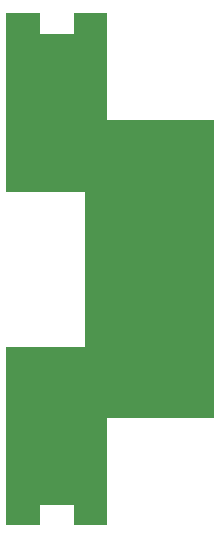
<source format=gbr>
G04 DipTrace 2.4.0.2*
%INBoard.gbr*%
%MOIN*%
%ADD11C,0.0055*%
%FSLAX44Y44*%
G04*
G70*
G90*
G75*
G01*
%LNBoardPoly*%
%LPD*%
G36*
X3940Y21004D2*
D11*
X5065D1*
Y20317D1*
X6190D1*
Y21004D1*
X7316D1*
Y17442D1*
X10878D1*
Y7503D1*
X7316D1*
Y3940D1*
X6190D1*
Y4628D1*
X5065D1*
Y3940D1*
X3940D1*
Y9878D1*
X6565D1*
Y15066D1*
X3940D1*
Y21004D1*
G37*
M02*

</source>
